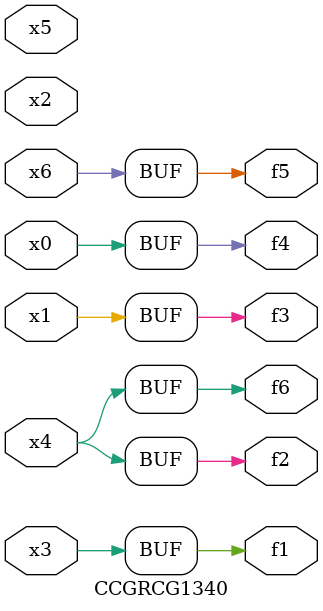
<source format=v>
module CCGRCG1340(
	input x0, x1, x2, x3, x4, x5, x6,
	output f1, f2, f3, f4, f5, f6
);
	assign f1 = x3;
	assign f2 = x4;
	assign f3 = x1;
	assign f4 = x0;
	assign f5 = x6;
	assign f6 = x4;
endmodule

</source>
